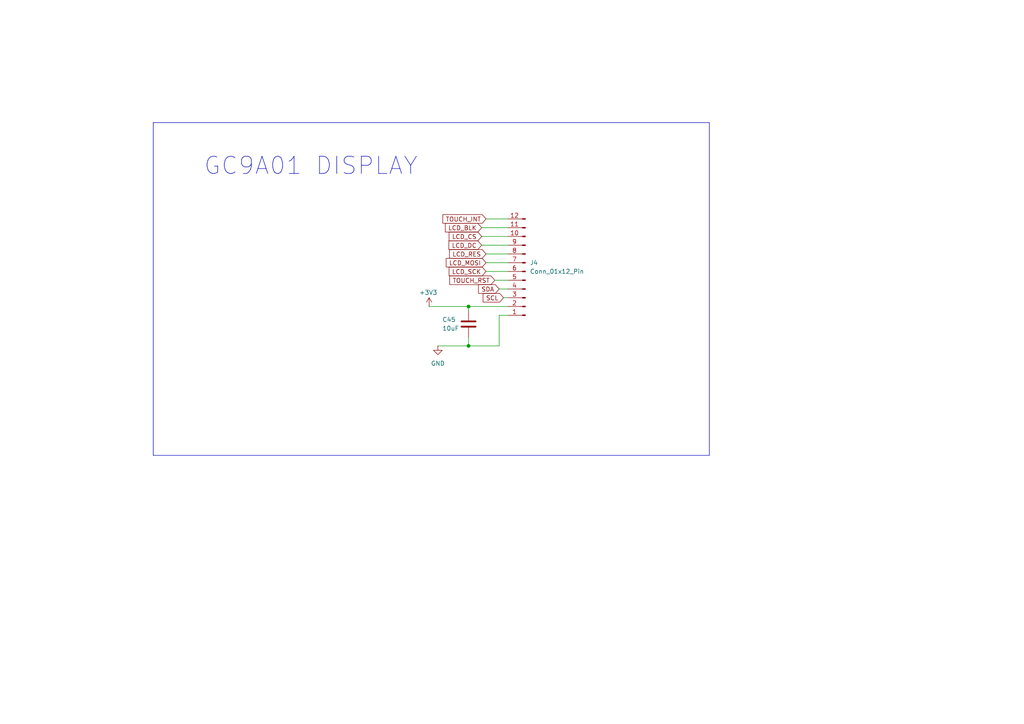
<source format=kicad_sch>
(kicad_sch (version 20250114) (generator "eeschema") (generator_version "9.0")
  (paper "A4")
  (lib_symbols
    (symbol "Connector:Conn_01x12_Pin" (pin_names (offset 1.016) (hide yes))
      (property "Reference" "J" (at 0 15.24 0))
      (property "Value" "Conn_01x12_Pin" (at 0 -17.78 0))
      (symbol "Conn_01x12_Pin_1_1"
        (rectangle (start 0.8636 12.827) (end 0 12.573) (stroke (width 0.1524)) (fill (type outline)))
        (rectangle (start 0.8636 10.287) (end 0 10.033) (stroke (width 0.1524)) (fill (type outline)))
        (rectangle (start 0.8636 7.747) (end 0 7.493) (stroke (width 0.1524)) (fill (type outline)))
        (rectangle (start 0.8636 5.207) (end 0 4.953) (stroke (width 0.1524)) (fill (type outline)))
        (rectangle (start 0.8636 2.667) (end 0 2.413) (stroke (width 0.1524)) (fill (type outline)))
        (rectangle (start 0.8636 0.127) (end 0 -0.127) (stroke (width 0.1524)) (fill (type outline)))
        (rectangle (start 0.8636 -2.413) (end 0 -2.667) (stroke (width 0.1524)) (fill (type outline)))
        (rectangle (start 0.8636 -4.953) (end 0 -5.207) (stroke (width 0.1524)) (fill (type outline)))
        (rectangle (start 0.8636 -7.493) (end 0 -7.747) (stroke (width 0.1524)) (fill (type outline)))
        (rectangle (start 0.8636 -10.033) (end 0 -10.287) (stroke (width 0.1524)) (fill (type outline)))
        (rectangle (start 0.8636 -12.573) (end 0 -12.827) (stroke (width 0.1524)) (fill (type outline)))
        (rectangle (start 0.8636 -15.113) (end 0 -15.367) (stroke (width 0.1524)) (fill (type outline)))
        (polyline (pts (xy 1.27 12.7) (xy 0.8636 12.7)) (stroke (width 0.1524)))
        (polyline (pts (xy 1.27 10.16) (xy 0.8636 10.16)) (stroke (width 0.1524)))
        (polyline (pts (xy 1.27 7.62) (xy 0.8636 7.62)) (stroke (width 0.1524)))
        (polyline (pts (xy 1.27 5.08) (xy 0.8636 5.08)) (stroke (width 0.1524)))
        (polyline (pts (xy 1.27 2.54) (xy 0.8636 2.54)) (stroke (width 0.1524)))
        (polyline (pts (xy 1.27 0) (xy 0.8636 0)) (stroke (width 0.1524)))
        (polyline (pts (xy 1.27 -2.54) (xy 0.8636 -2.54)) (stroke (width 0.1524)))
        (polyline (pts (xy 1.27 -5.08) (xy 0.8636 -5.08)) (stroke (width 0.1524)))
        (polyline (pts (xy 1.27 -7.62) (xy 0.8636 -7.62)) (stroke (width 0.1524)))
        (polyline (pts (xy 1.27 -10.16) (xy 0.8636 -10.16)) (stroke (width 0.1524)))
        (polyline (pts (xy 1.27 -12.7) (xy 0.8636 -12.7)) (stroke (width 0.1524)))
        (polyline (pts (xy 1.27 -15.24) (xy 0.8636 -15.24)) (stroke (width 0.1524)))
        (pin passive line (at 5.08 12.7 180) (length 3.81) (name "Pin_1") (number "1"))
        (pin passive line (at 5.08 10.16 180) (length 3.81) (name "Pin_2") (number "2"))
        (pin passive line (at 5.08 7.62 180) (length 3.81) (name "Pin_3") (number "3"))
        (pin passive line (at 5.08 5.08 180) (length 3.81) (name "Pin_4") (number "4"))
        (pin passive line (at 5.08 2.54 180) (length 3.81) (name "Pin_5") (number "5"))
        (pin passive line (at 5.08 0 180) (length 3.81) (name "Pin_6") (number "6"))
        (pin passive line (at 5.08 -2.54 180) (length 3.81) (name "Pin_7") (number "7"))
        (pin passive line (at 5.08 -5.08 180) (length 3.81) (name "Pin_8") (number "8"))
        (pin passive line (at 5.08 -7.62 180) (length 3.81) (name "Pin_9") (number "9"))
        (pin passive line (at 5.08 -10.16 180) (length 3.81) (name "Pin_10") (number "10"))
        (pin passive line (at 5.08 -12.7 180) (length 3.81) (name "Pin_11") (number "11"))
        (pin passive line (at 5.08 -15.24 180) (length 3.81) (name "Pin_12") (number "12"))
      )
    )
    (symbol "Device:C" (pin_numbers (hide yes)) (pin_names (offset 0.254))
      (property "Reference" "C" (at 0.635 2.54 0))
      (property "Value" "C" (at 0.635 -2.54 0))
      (symbol "C_0_1"
        (polyline (pts (xy -2.032 0.762) (xy 2.032 0.762)) (stroke (width 0.508)))
        (polyline (pts (xy -2.032 -0.762) (xy 2.032 -0.762)) (stroke (width 0.508)))
      )
      (symbol "C_1_1"
        (pin passive line (at 0 3.81 270) (length 2.794) (name "~") (number "1"))
        (pin passive line (at 0 -3.81 90) (length 2.794) (name "~") (number "2"))
      )
    )
    (symbol "power:+3V3" (power) (pin_numbers (hide yes)) (pin_names (offset 0) (hide yes))
      (property "Value" "+3V3" (at 0 3.556 0))
      (symbol "+3V3_0_1"
        (polyline (pts (xy -0.762 1.27) (xy 0 2.54)))
        (polyline (pts (xy 0 2.54) (xy 0.762 1.27)))
        (polyline (pts (xy 0 0) (xy 0 2.54)))
      )
      (symbol "+3V3_1_1"
        (pin power_in line (at 0 0 90) (length 0) (name "~") (number "1"))
      )
    )
    (symbol "power:GND" (power) (pin_numbers (hide yes)) (pin_names (offset 0) (hide yes))
      (property "Value" "GND" (at 0 -3.81 0))
      (symbol "GND_0_1"
        (polyline (pts (xy 0 0) (xy 0 -1.27) (xy 1.27 -1.27) (xy 0 -2.54) (xy -1.27 -1.27) (xy 0 -1.27)))
      )
      (symbol "GND_1_1"
        (pin power_in line (at 0 0 270) (length 0) (name "~") (number "1"))
      )
    )
  )
  (text "GC9A01 DISPLAY" (at 90.17 48.26 0) (effects (font (size 5 5))))
  (junction (at 135.89 88.9))
  (junction (at 135.89 100.33))
  (polyline (pts (xy 44.45 36.83) (xy 44.45 132.08)))
  (wire (pts (xy 139.7 71.12) (xy 147.32 71.12)))
  (polyline (pts (xy 205.74 132.08) (xy 205.74 35.56)))
  (wire (pts (xy 135.89 100.33) (xy 135.89 97.79)))
  (wire (pts (xy 140.97 73.66) (xy 147.32 73.66)))
  (wire (pts (xy 146.05 86.36) (xy 147.32 86.36)))
  (polyline (pts (xy 44.45 35.56) (xy 44.45 36.83)))
  (wire (pts (xy 139.7 68.58) (xy 147.32 68.58)))
  (wire (pts (xy 124.46 88.9) (xy 135.89 88.9)))
  (wire (pts (xy 135.89 88.9) (xy 135.89 90.17)))
  (wire (pts (xy 140.97 63.5) (xy 147.32 63.5)))
  (wire (pts (xy 147.32 91.44) (xy 144.78 91.44)))
  (wire (pts (xy 143.51 81.28) (xy 147.32 81.28)))
  (polyline (pts (xy 205.74 35.56) (xy 44.45 35.56)))
  (wire (pts (xy 144.78 91.44) (xy 144.78 100.33)))
  (wire (pts (xy 135.89 88.9) (xy 147.32 88.9)))
  (wire (pts (xy 144.78 83.82) (xy 147.32 83.82)))
  (wire (pts (xy 144.78 100.33) (xy 135.89 100.33)))
  (wire (pts (xy 127 100.33) (xy 135.89 100.33)))
  (wire (pts (xy 139.7 66.04) (xy 147.32 66.04)))
  (wire (pts (xy 140.97 78.74) (xy 147.32 78.74)))
  (polyline (pts (xy 44.45 132.08) (xy 205.74 132.08)))
  (wire (pts (xy 140.97 76.2) (xy 147.32 76.2)))
  (global_label "LCD_BLK" (shape input) (at 139.7 66.04 180) (property "Intersheetrefs" "${INTERSHEET_REFS}" (effects (hide yes))))
  (global_label "TOUCH_RST" (shape input) (at 143.51 81.28 180) (property "Intersheetrefs" "${INTERSHEET_REFS}" (effects (hide yes))))
  (global_label "SDA" (shape input) (at 144.78 83.82 180) (property "Intersheetrefs" "${INTERSHEET_REFS}" (effects (hide yes))))
  (global_label "LCD_RES" (shape input) (at 140.97 73.66 180) (property "Intersheetrefs" "${INTERSHEET_REFS}" (effects (hide yes))))
  (global_label "LCD_MOSI" (shape input) (at 140.97 76.2 180) (property "Intersheetrefs" "${INTERSHEET_REFS}" (effects (hide yes))))
  (global_label "LCD_CS" (shape input) (at 139.7 68.58 180) (property "Intersheetrefs" "${INTERSHEET_REFS}" (effects (hide yes))))
  (global_label "LCD_DC" (shape input) (at 139.7 71.12 180) (property "Intersheetrefs" "${INTERSHEET_REFS}" (effects (hide yes))))
  (global_label "LCD_SCK" (shape input) (at 140.97 78.74 180) (property "Intersheetrefs" "${INTERSHEET_REFS}" (effects (hide yes))))
  (global_label "TOUCH_INT" (shape input) (at 140.97 63.5 180) (property "Intersheetrefs" "${INTERSHEET_REFS}" (effects (hide yes))))
  (global_label "SCL" (shape input) (at 146.05 86.36 180) (property "Intersheetrefs" "${INTERSHEET_REFS}" (effects (hide yes))))
  (symbol (lib_id "Device:C") (at 135.89 93.98 0) (unit 1)
    (property "Reference" "C45" (at 128.27 92.71 0) (effects (justify left)))
    (property "Value" "10uF" (at 128.27 95.25 0) (effects (justify left)))
    (property "Footprint" "Capacitor_SMD:C_0402_1005Metric" (effects (hide yes)))
    (property "Description" "Unpolarized capacitor" (effects (hide yes)))
  )
  (symbol (lib_id "power:GND") (at 127 100.33 0) (unit 1)
    (property "Reference" "#PWR075" (effects (hide yes)))
    (property "Value" "GND" (at 127 105.41 0))
    (property "Description" "Power symbol creates a global label with name \"GND\" , ground" (effects (hide yes)))
  )
  (symbol (lib_id "power:+3V3") (at 124.46 88.9 0) (unit 1)
    (property "Reference" "#PWR047" (effects (hide yes)))
    (property "Value" "+3V3" (at 124.206 84.836 0))
    (property "Description" "Power symbol creates a global label with name \"+3V3\"" (effects (hide yes)))
  )
  (symbol (lib_id "Connector:Conn_01x12_Pin") (at 152.4 78.74 180) (unit 1)
    (property "Reference" "J4" (at 153.67 76.1999 0) (effects (justify right)))
    (property "Value" "Conn_01x12_Pin" (at 153.67 78.7399 0) (effects (justify right)))
    (property "Footprint" "SolderPads:SolderPads_2mm_12" (effects (hide yes)))
    (property "Description" "Generic connector, single row, 01x12, script generated" (effects (hide yes)))
  )
)
</source>
